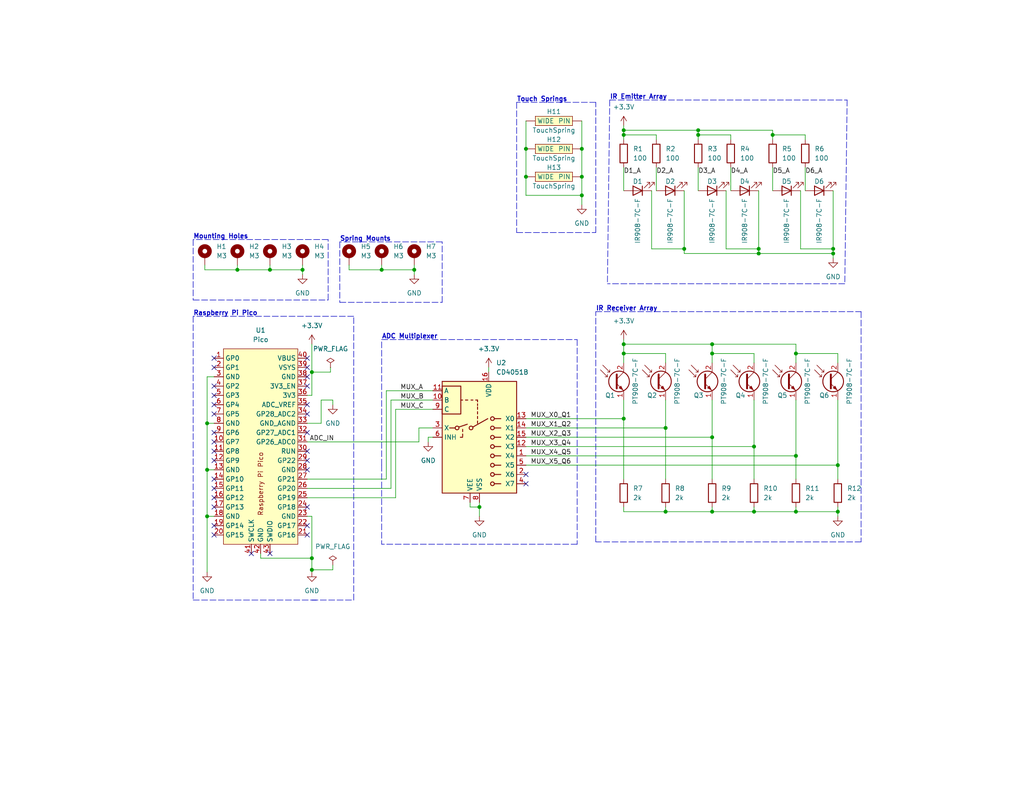
<source format=kicad_sch>
(kicad_sch (version 20211123) (generator eeschema)
  (paper "USLetter")
  (title_block (title "Sixnav Prototype Board") (date "2022-07-13") (rev "${REVISION}") (company "Brian Lu"))
  (lib_symbols
    (symbol "Analog_Switch:CD4051B"
      (property "Reference" "U" (at -10.16 16.51 0))
      (property "Value" "CD4051B" (at 3.81 16.51 0))
      (symbol "CD4051B_0_1"
        (rectangle (start -10.16 6.35) (end -5.08 13.97) (stroke (width 0.254)))
        (rectangle (start -10.16 15.24) (end 10.16 -15.24) (stroke (width 0.254)) (fill (type background)))
        (circle (center -6.096 2.54) (radius 0.508) (stroke (width 0.254)))
        (circle (center -2.286 2.54) (radius 0.508) (stroke (width 0.254)))
        (polyline (pts (xy -8.128 2.54) (xy -6.604 2.54)) (stroke (width 0.254)))
        (polyline (pts (xy -5.588 2.794) (xy -3.302 3.556)) (stroke (width 0.254)))
        (polyline (pts (xy -4.572 0) (xy -5.207 0)) (stroke (width 0.254)))
        (polyline (pts (xy -4.572 0.254) (xy -4.572 0.889)) (stroke (width 0.254)))
        (polyline (pts (xy -4.572 1.524) (xy -4.572 2.159)) (stroke (width 0.254)))
        (polyline (pts (xy -4.572 10.16) (xy -5.08 10.16)) (stroke (width 0.254)))
        (polyline (pts (xy -3.81 10.16) (xy -3.175 10.16)) (stroke (width 0.254)))
        (polyline (pts (xy -1.778 2.794) (xy 2.286 5.08)) (stroke (width 0.254)))
        (polyline (pts (xy -1.778 10.16) (xy -2.286 10.16)) (stroke (width 0.254)))
        (polyline (pts (xy -0.508 3.81) (xy -0.508 4.445)) (stroke (width 0.254)))
        (polyline (pts (xy -0.508 5.08) (xy -0.508 5.715)) (stroke (width 0.254)))
        (polyline (pts (xy -0.508 6.35) (xy -0.508 6.985)) (stroke (width 0.254)))
        (polyline (pts (xy -0.508 7.62) (xy -0.508 8.255)) (stroke (width 0.254)))
        (polyline (pts (xy -0.508 8.636) (xy -0.508 9.144)) (stroke (width 0.254)))
        (polyline (pts (xy -0.508 9.652) (xy -0.508 10.16)) (stroke (width 0.254)))
        (polyline (pts (xy -0.508 10.16) (xy -1.016 10.16)) (stroke (width 0.254)))
        (polyline (pts (xy 4.064 -12.7) (xy 5.842 -12.7)) (stroke (width 0.254)))
        (polyline (pts (xy 4.064 -10.16) (xy 5.842 -10.16)) (stroke (width 0.254)))
        (polyline (pts (xy 4.064 -7.62) (xy 5.842 -7.62)) (stroke (width 0.254)))
        (polyline (pts (xy 4.064 -5.08) (xy 5.842 -5.08)) (stroke (width 0.254)))
        (polyline (pts (xy 4.064 -2.54) (xy 5.842 -2.54)) (stroke (width 0.254)))
        (polyline (pts (xy 4.064 0) (xy 5.842 0)) (stroke (width 0.254)))
        (polyline (pts (xy 4.064 2.54) (xy 5.842 2.54)) (stroke (width 0.254)))
        (polyline (pts (xy 4.064 5.08) (xy 5.842 5.08)) (stroke (width 0.254)))
        (circle (center 3.556 -12.7) (radius 0.508) (stroke (width 0.254)))
        (circle (center 3.556 -10.16) (radius 0.508) (stroke (width 0.254)))
        (circle (center 3.556 -7.62) (radius 0.508) (stroke (width 0.254)))
        (circle (center 3.556 -5.08) (radius 0.508) (stroke (width 0.254)))
        (circle (center 3.556 -2.54) (radius 0.508) (stroke (width 0.254)))
        (circle (center 3.556 0) (radius 0.508) (stroke (width 0.254)))
        (circle (center 3.556 2.54) (radius 0.508) (stroke (width 0.254)))
        (circle (center 3.556 5.08) (radius 0.508) (stroke (width 0.254)))
      )
      (symbol "CD4051B_1_1"
        (pin bidirectional line (at 12.7 -5.08 180) (length 2.54) (name "X4") (number "1"))
        (pin input line (at -12.7 10.16 0) (length 2.54) (name "B") (number "10"))
        (pin input line (at -12.7 12.7 0) (length 2.54) (name "A") (number "11"))
        (pin bidirectional line (at 12.7 -2.54 180) (length 2.54) (name "X3") (number "12"))
        (pin bidirectional line (at 12.7 5.08 180) (length 2.54) (name "X0") (number "13"))
        (pin bidirectional line (at 12.7 2.54 180) (length 2.54) (name "X1") (number "14"))
        (pin bidirectional line (at 12.7 0 180) (length 2.54) (name "X2") (number "15"))
        (pin power_in line (at 2.54 17.78 270) (length 2.54) (name "VDD") (number "16"))
        (pin bidirectional line (at 12.7 -10.16 180) (length 2.54) (name "X6") (number "2"))
        (pin bidirectional line (at -12.7 2.54 0) (length 2.54) (name "X") (number "3"))
        (pin bidirectional line (at 12.7 -12.7 180) (length 2.54) (name "X7") (number "4"))
        (pin bidirectional line (at 12.7 -7.62 180) (length 2.54) (name "X5") (number "5"))
        (pin input line (at -12.7 0 0) (length 2.54) (name "INH") (number "6"))
        (pin power_in line (at -2.54 -17.78 90) (length 2.54) (name "VEE") (number "7"))
        (pin power_in line (at 0 -17.78 90) (length 2.54) (name "VSS") (number "8"))
        (pin input line (at -12.7 7.62 0) (length 2.54) (name "C") (number "9"))
      )
    )
    (symbol "Device:R" (pin_numbers hide) (pin_names (offset 0))
      (property "Reference" "R" (at 2.032 0 90))
      (property "Value" "R" (at 0 0 90))
      (symbol "R_0_1"
        (rectangle (start -1.016 -2.54) (end 1.016 2.54) (stroke (width 0.254)))
      )
      (symbol "R_1_1"
        (pin passive line (at 0 3.81 270) (length 1.27) (name "~") (number "1"))
        (pin passive line (at 0 -3.81 90) (length 1.27) (name "~") (number "2"))
      )
    )
    (symbol "IR908-7C-F_1" (pin_numbers hide) (pin_names hide)
      (property "Reference" "D" (at 0 -2.54 0))
      (property "Value" "IR908-7C-F_1" (at 0 -8.89 0))
      (symbol "IR908-7C-F_1_0_1"
        (polyline (pts (xy -1.27 -6.35) (xy -1.27 -3.81)) (stroke (width 0.254)))
        (polyline (pts (xy -1.27 -5.08) (xy 1.27 -5.08)))
        (polyline (pts (xy 1.27 -6.35) (xy 1.27 -3.81) (xy -1.27 -5.08) (xy 1.27 -6.35)) (stroke (width 0.254)))
        (polyline (pts (xy -3.048 -5.842) (xy -4.572 -7.366) (xy -3.81 -7.366) (xy -4.572 -7.366) (xy -4.572 -6.604)))
        (polyline (pts (xy -1.778 -5.842) (xy -3.302 -7.366) (xy -2.54 -7.366) (xy -3.302 -7.366) (xy -3.302 -6.604)))
      )
      (symbol "IR908-7C-F_1_1_1"
        (pin passive line (at 3.81 -5.08 180) (length 2.54) (name "A") (number "1"))
        (pin passive line (at -3.81 -5.08 0) (length 2.54) (name "K") (number "2"))
      )
    )
    (symbol "IR908-7C-F_2" (pin_numbers hide) (pin_names hide)
      (property "Reference" "D" (at 0 -2.54 0))
      (property "Value" "IR908-7C-F_2" (at 0 -8.89 0))
      (symbol "IR908-7C-F_2_0_1"
        (polyline (pts (xy -1.27 -6.35) (xy -1.27 -3.81)) (stroke (width 0.254)))
        (polyline (pts (xy -1.27 -5.08) (xy 1.27 -5.08)))
        (polyline (pts (xy 1.27 -6.35) (xy 1.27 -3.81) (xy -1.27 -5.08) (xy 1.27 -6.35)) (stroke (width 0.254)))
        (polyline (pts (xy -3.048 -5.842) (xy -4.572 -7.366) (xy -3.81 -7.366) (xy -4.572 -7.366) (xy -4.572 -6.604)))
        (polyline (pts (xy -1.778 -5.842) (xy -3.302 -7.366) (xy -2.54 -7.366) (xy -3.302 -7.366) (xy -3.302 -6.604)))
      )
      (symbol "IR908-7C-F_2_1_1"
        (pin passive line (at 3.81 -5.08 180) (length 2.54) (name "A") (number "1"))
        (pin passive line (at -3.81 -5.08 0) (length 2.54) (name "K") (number "2"))
      )
    )
    (symbol "IR908-7C-F_3" (pin_numbers hide) (pin_names hide)
      (property "Reference" "D" (at 0 -2.54 0))
      (property "Value" "IR908-7C-F_3" (at 0 -8.89 0))
      (symbol "IR908-7C-F_3_0_1"
        (polyline (pts (xy -1.27 -6.35) (xy -1.27 -3.81)) (stroke (width 0.254)))
        (polyline (pts (xy -1.27 -5.08) (xy 1.27 -5.08)))
        (polyline (pts (xy 1.27 -6.35) (xy 1.27 -3.81) (xy -1.27 -5.08) (xy 1.27 -6.35)) (stroke (width 0.254)))
        (polyline (pts (xy -3.048 -5.842) (xy -4.572 -7.366) (xy -3.81 -7.366) (xy -4.572 -7.366) (xy -4.572 -6.604)))
        (polyline (pts (xy -1.778 -5.842) (xy -3.302 -7.366) (xy -2.54 -7.366) (xy -3.302 -7.366) (xy -3.302 -6.604)))
      )
      (symbol "IR908-7C-F_3_1_1"
        (pin passive line (at 3.81 -5.08 180) (length 2.54) (name "A") (number "1"))
        (pin passive line (at -3.81 -5.08 0) (length 2.54) (name "K") (number "2"))
      )
    )
    (symbol "IR908-7C-F_4" (pin_numbers hide) (pin_names hide)
      (property "Reference" "D" (at 0 -2.54 0))
      (property "Value" "IR908-7C-F_4" (at 0 -8.89 0))
      (symbol "IR908-7C-F_4_0_1"
        (polyline (pts (xy -1.27 -6.35) (xy -1.27 -3.81)) (stroke (width 0.254)))
        (polyline (pts (xy -1.27 -5.08) (xy 1.27 -5.08)))
        (polyline (pts (xy 1.27 -6.35) (xy 1.27 -3.81) (xy -1.27 -5.08) (xy 1.27 -6.35)) (stroke (width 0.254)))
        (polyline (pts (xy -3.048 -5.842) (xy -4.572 -7.366) (xy -3.81 -7.366) (xy -4.572 -7.366) (xy -4.572 -6.604)))
        (polyline (pts (xy -1.778 -5.842) (xy -3.302 -7.366) (xy -2.54 -7.366) (xy -3.302 -7.366) (xy -3.302 -6.604)))
      )
      (symbol "IR908-7C-F_4_1_1"
        (pin passive line (at 3.81 -5.08 180) (length 2.54) (name "A") (number "1"))
        (pin passive line (at -3.81 -5.08 0) (length 2.54) (name "K") (number "2"))
      )
    )
    (symbol "IR908-7C-F_5" (pin_numbers hide) (pin_names hide)
      (property "Reference" "D" (at 0 -2.54 0))
      (property "Value" "IR908-7C-F_5" (at 0 -8.89 0))
      (symbol "IR908-7C-F_5_0_1"
        (polyline (pts (xy -1.27 -6.35) (xy -1.27 -3.81)) (stroke (width 0.254)))
        (polyline (pts (xy -1.27 -5.08) (xy 1.27 -5.08)))
        (polyline (pts (xy 1.27 -6.35) (xy 1.27 -3.81) (xy -1.27 -5.08) (xy 1.27 -6.35)) (stroke (width 0.254)))
        (polyline (pts (xy -3.048 -5.842) (xy -4.572 -7.366) (xy -3.81 -7.366) (xy -4.572 -7.366) (xy -4.572 -6.604)))
        (polyline (pts (xy -1.778 -5.842) (xy -3.302 -7.366) (xy -2.54 -7.366) (xy -3.302 -7.366) (xy -3.302 -6.604)))
      )
      (symbol "IR908-7C-F_5_1_1"
        (pin passive line (at 3.81 -5.08 180) (length 2.54) (name "A") (number "1"))
        (pin passive line (at -3.81 -5.08 0) (length 2.54) (name "K") (number "2"))
      )
    )
    (symbol "LibSixnavPrototype:IR908-7C-F" (pin_numbers hide) (pin_names hide)
      (property "Reference" "D" (at 0 -2.54 0))
      (property "Value" "IR908-7C-F" (at 0 -8.89 0))
      (symbol "IR908-7C-F_0_1"
        (polyline (pts (xy -1.27 -6.35) (xy -1.27 -3.81)) (stroke (width 0.254)))
        (polyline (pts (xy -1.27 -5.08) (xy 1.27 -5.08)))
        (polyline (pts (xy 1.27 -6.35) (xy 1.27 -3.81) (xy -1.27 -5.08) (xy 1.27 -6.35)) (stroke (width 0.254)))
        (polyline (pts (xy -3.048 -5.842) (xy -4.572 -7.366) (xy -3.81 -7.366) (xy -4.572 -7.366) (xy -4.572 -6.604)))
        (polyline (pts (xy -1.778 -5.842) (xy -3.302 -7.366) (xy -2.54 -7.366) (xy -3.302 -7.366) (xy -3.302 -6.604)))
      )
      (symbol "IR908-7C-F_1_1"
        (pin passive line (at 3.81 -5.08 180) (length 2.54) (name "A") (number "1"))
        (pin passive line (at -3.81 -5.08 0) (length 2.54) (name "K") (number "2"))
      )
    )
    (symbol "LibSixnavPrototype:PT908-7C-F" (pin_names hide)
      (property "Reference" "Q" (at 4.445 -1.27 0))
      (property "Value" "PT908-7C-F" (at 4.445 1.27 0))
      (symbol "PT908-7C-F_0_1"
        (polyline (pts (xy -1.905 1.27) (xy -2.54 1.27)))
        (polyline (pts (xy -1.27 2.54) (xy -1.905 2.54)))
        (polyline (pts (xy 0.635 0.635) (xy 2.54 2.54)))
        (polyline (pts (xy -3.81 3.175) (xy -1.905 1.27) (xy -1.905 1.905)))
        (polyline (pts (xy -3.175 4.445) (xy -1.27 2.54) (xy -1.27 3.175)))
        (polyline (pts (xy 0.635 -0.635) (xy 2.54 -2.54) (xy 2.54 -2.54)))
        (polyline (pts (xy 0.635 1.905) (xy 0.635 -1.905) (xy 0.635 -1.905)) (stroke (width 0.508)))
        (polyline (pts (xy 1.27 -1.778) (xy 1.778 -1.27) (xy 2.286 -2.286) (xy 1.27 -1.778) (xy 1.27 -1.778)) (fill (type outline)))
        (circle (center 1.27 0) (radius 2.8194) (stroke (width 0.254)))
      )
      (symbol "PT908-7C-F_1_1"
        (pin passive line (at 2.54 -5.08 90) (length 2.54) (name "E") (number "1"))
        (pin passive line (at 2.54 5.08 270) (length 2.54) (name "C") (number "2"))
      )
    )
    (symbol "LibSixnavPrototype:Raspberry_Pi_Pico"
      (property "Reference" "U" (at 0 27.94 0))
      (property "Value" "Raspberry_Pi_Pico" (at 0 30.48 0))
      (symbol "Raspberry_Pi_Pico_0_0"
        (text "Raspberry Pi Pico" (at 0 -10.16 900) (effects (font (size 1.27 1.27))))
      )
      (symbol "Raspberry_Pi_Pico_0_1"
        (rectangle (start -10.16 26.67) (end 10.16 -26.67) (fill (type background)))
      )
      (symbol "Raspberry_Pi_Pico_1_1"
        (pin bidirectional line (at -12.7 24.13 0) (length 2.54) (name "GP0") (number "1"))
        (pin bidirectional line (at -12.7 1.27 0) (length 2.54) (name "GP7") (number "10"))
        (pin bidirectional line (at -12.7 -1.27 0) (length 2.54) (name "GP8") (number "11"))
        (pin bidirectional line (at -12.7 -3.81 0) (length 2.54) (name "GP9") (number "12"))
        (pin power_in line (at -12.7 -6.35 0) (length 2.54) (name "GND") (number "13"))
        (pin bidirectional line (at -12.7 -8.89 0) (length 2.54) (name "GP10") (number "14"))
        (pin bidirectional line (at -12.7 -11.43 0) (length 2.54) (name "GP11") (number "15"))
        (pin bidirectional line (at -12.7 -13.97 0) (length 2.54) (name "GP12") (number "16"))
        (pin bidirectional line (at -12.7 -16.51 0) (length 2.54) (name "GP13") (number "17"))
        (pin power_in line (at -12.7 -19.05 0) (length 2.54) (name "GND") (number "18"))
        (pin bidirectional line (at -12.7 -21.59 0) (length 2.54) (name "GP14") (number "19"))
        (pin bidirectional line (at -12.7 21.59 0) (length 2.54) (name "GP1") (number "2"))
        (pin bidirectional line (at -12.7 -24.13 0) (length 2.54) (name "GP15") (number "20"))
        (pin bidirectional line (at 12.7 -24.13 180) (length 2.54) (name "GP16") (number "21"))
        (pin bidirectional line (at 12.7 -21.59 180) (length 2.54) (name "GP17") (number "22"))
        (pin power_in line (at 12.7 -19.05 180) (length 2.54) (name "GND") (number "23"))
        (pin bidirectional line (at 12.7 -16.51 180) (length 2.54) (name "GP18") (number "24"))
        (pin bidirectional line (at 12.7 -13.97 180) (length 2.54) (name "GP19") (number "25"))
        (pin bidirectional line (at 12.7 -11.43 180) (length 2.54) (name "GP20") (number "26"))
        (pin bidirectional line (at 12.7 -8.89 180) (length 2.54) (name "GP21") (number "27"))
        (pin power_in line (at 12.7 -6.35 180) (length 2.54) (name "GND") (number "28"))
        (pin bidirectional line (at 12.7 -3.81 180) (length 2.54) (name "GP22") (number "29"))
        (pin power_in line (at -12.7 19.05 0) (length 2.54) (name "GND") (number "3"))
        (pin input line (at 12.7 -1.27 180) (length 2.54) (name "RUN") (number "30"))
        (pin bidirectional line (at 12.7 1.27 180) (length 2.54) (name "GP26_ADC0") (number "31"))
        (pin bidirectional line (at 12.7 3.81 180) (length 2.54) (name "GP27_ADC1") (number "32"))
        (pin power_in line (at 12.7 6.35 180) (length 2.54) (name "GND_AGND") (number "33"))
        (pin bidirectional line (at 12.7 8.89 180) (length 2.54) (name "GP28_ADC2") (number "34"))
        (pin input line (at 12.7 11.43 180) (length 2.54) (name "ADC_VREF") (number "35"))
        (pin power_in line (at 12.7 13.97 180) (length 2.54) (name "3V3") (number "36"))
        (pin input line (at 12.7 16.51 180) (length 2.54) (name "3V3_EN") (number "37"))
        (pin power_in line (at 12.7 19.05 180) (length 2.54) (name "GND") (number "38"))
        (pin power_in line (at 12.7 21.59 180) (length 2.54) (name "VSYS") (number "39"))
        (pin bidirectional line (at -12.7 16.51 0) (length 2.54) (name "GP2") (number "4"))
        (pin power_in line (at 12.7 24.13 180) (length 2.54) (name "VBUS") (number "40"))
        (pin bidirectional line (at -2.54 -29.21 90) (length 2.54) (name "SWCLK") (number "41"))
        (pin power_in line (at 0 -29.21 90) (length 2.54) (name "GND") (number "42"))
        (pin bidirectional line (at 2.54 -29.21 90) (length 2.54) (name "SWDIO") (number "43"))
        (pin bidirectional line (at -12.7 13.97 0) (length 2.54) (name "GP3") (number "5"))
        (pin bidirectional line (at -12.7 11.43 0) (length 2.54) (name "GP4") (number "6"))
        (pin bidirectional line (at -12.7 8.89 0) (length 2.54) (name "GP5") (number "7"))
        (pin power_in line (at -12.7 6.35 0) (length 2.54) (name "GND") (number "8"))
        (pin bidirectional line (at -12.7 3.81 0) (length 2.54) (name "GP6") (number "9"))
      )
    )
    (symbol "LibSixnavPrototype:TouchSpring" (pin_numbers hide)
      (property "Reference" "H" (at 0 2.54 0))
      (property "Value" "TouchSpring" (at 0 -2.54 0))
      (symbol "TouchSpring_0_1"
        (rectangle (start -5.08 1.27) (end 5.08 -1.27) (fill (type background)))
      )
      (symbol "TouchSpring_1_1"
        (pin passive line (at -7.62 0 0) (length 2.54) (name "WIDE") (number "1"))
        (pin passive line (at 7.62 0 180) (length 2.54) (name "PIN") (number "2"))
      )
    )
    (symbol "Mechanical:MountingHole_Pad" (pin_numbers hide) (pin_names (offset 1.016) hide)
      (property "Reference" "H" (at 0 6.35 0))
      (property "Value" "MountingHole_Pad" (at 0 4.445 0))
      (symbol "MountingHole_Pad_0_1"
        (circle (center 0 1.27) (radius 1.27) (stroke (width 1.27)))
      )
      (symbol "MountingHole_Pad_1_1"
        (pin input line (at 0 -2.54 90) (length 2.54) (name "1") (number "1"))
      )
    )
    (symbol "power:+3.3V" (power) (pin_names (offset 0))
      (property "Value" "+3.3V" (at 0 3.556 0))
      (symbol "+3.3V_0_1"
        (polyline (pts (xy -0.762 1.27) (xy 0 2.54)))
        (polyline (pts (xy 0 0) (xy 0 2.54)))
        (polyline (pts (xy 0 2.54) (xy 0.762 1.27)))
      )
      (symbol "+3.3V_1_1"
        (pin power_in line (at 0 0 90) (length 0) hide (name "+3.3V") (number "1"))
      )
    )
    (symbol "power:GND" (power) (pin_names (offset 0))
      (property "Value" "GND" (at 0 -3.81 0))
      (symbol "GND_0_1"
        (polyline (pts (xy 0 0) (xy 0 -1.27) (xy 1.27 -1.27) (xy 0 -2.54) (xy -1.27 -1.27) (xy 0 -1.27)))
      )
      (symbol "GND_1_1"
        (pin power_in line (at 0 0 270) (length 0) hide (name "GND") (number "1"))
      )
    )
    (symbol "power:PWR_FLAG" (power) (pin_numbers hide) (pin_names (offset 0) hide)
      (property "Value" "PWR_FLAG" (at 0 3.81 0))
      (symbol "PWR_FLAG_0_0"
        (pin power_out line (at 0 0 90) (length 0) (name "pwr") (number "1"))
      )
      (symbol "PWR_FLAG_0_1"
        (polyline (pts (xy 0 0) (xy 0 1.27) (xy -1.016 1.905) (xy 0 2.54) (xy 1.016 1.905) (xy 0 1.27)))
      )
    )
  )
  (junction (at 227.33 67.945))
  (junction (at 207.01 69.215))
  (junction (at 194.31 139.7))
  (junction (at 186.69 67.945))
  (junction (at 130.81 138.43))
  (junction (at 170.18 36.83))
  (junction (at 113.03 73.66))
  (junction (at 73.66 73.66))
  (junction (at 64.77 73.66))
  (junction (at 194.31 119.38))
  (junction (at 181.61 116.84))
  (junction (at 194.31 96.52))
  (junction (at 170.18 96.52))
  (junction (at 85.09 155.575))
  (junction (at 170.18 35.56))
  (junction (at 190.5 35.56))
  (junction (at 205.74 121.92))
  (junction (at 210.82 36.83))
  (junction (at 217.17 139.7))
  (junction (at 56.515 115.57))
  (junction (at 56.515 140.97))
  (junction (at 181.61 139.7))
  (junction (at 85.09 152.4))
  (junction (at 56.515 128.27))
  (junction (at 205.74 139.7))
  (junction (at 158.75 48.26))
  (junction (at 228.6 127))
  (junction (at 217.17 124.46))
  (junction (at 85.09 101.6))
  (junction (at 170.18 93.98))
  (junction (at 194.31 93.98))
  (junction (at 143.51 48.26))
  (junction (at 207.01 67.945))
  (junction (at 158.75 53.34))
  (junction (at 158.75 40.64))
  (junction (at 170.18 114.3))
  (junction (at 143.51 40.64))
  (junction (at 227.33 69.215))
  (junction (at 190.5 36.83))
  (junction (at 82.55 73.66))
  (junction (at 104.14 73.66))
  (junction (at 228.6 139.7))
  (junction (at 217.17 96.52))
  (no_connect (at 83.82 100.33))
  (no_connect (at 58.42 97.79))
  (no_connect (at 83.82 128.27))
  (no_connect (at 58.42 105.41))
  (no_connect (at 83.82 146.05))
  (no_connect (at 83.82 123.19))
  (no_connect (at 83.82 143.51))
  (no_connect (at 58.42 138.43))
  (no_connect (at 83.82 97.79))
  (no_connect (at 73.66 151.13))
  (no_connect (at 83.82 138.43))
  (no_connect (at 58.42 143.51))
  (no_connect (at 83.82 105.41))
  (no_connect (at 58.42 130.81))
  (no_connect (at 58.42 133.35))
  (no_connect (at 143.51 129.54))
  (no_connect (at 83.82 102.87))
  (no_connect (at 58.42 110.49))
  (no_connect (at 68.58 151.13))
  (no_connect (at 58.42 123.19))
  (no_connect (at 58.42 118.11))
  (no_connect (at 143.51 132.08))
  (no_connect (at 83.82 113.03))
  (no_connect (at 58.42 135.89))
  (no_connect (at 83.82 125.73))
  (no_connect (at 58.42 113.03))
  (no_connect (at 58.42 146.05))
  (no_connect (at 58.42 120.65))
  (no_connect (at 58.42 100.33))
  (no_connect (at 83.82 118.11))
  (no_connect (at 58.42 107.95))
  (no_connect (at 58.42 125.73))
  (no_connect (at 83.82 110.49))
  (wire (pts (xy 170.18 36.83) (xy 170.18 38.1)))
  (wire (pts (xy 85.09 155.575) (xy 85.09 156.21)))
  (wire (pts (xy 85.09 152.4) (xy 85.09 155.575)))
  (wire (pts (xy 90.805 109.22) (xy 90.805 110.49)))
  (wire (pts (xy 114.3 120.65) (xy 83.82 120.65)))
  (wire (pts (xy 130.81 138.43) (xy 130.81 140.97)))
  (wire (pts (xy 90.17 100.33) (xy 90.17 101.6)))
  (polyline (pts (xy 52.705 81.915) (xy 89.535 81.915)))
  (wire (pts (xy 228.6 96.52) (xy 228.6 99.06)))
  (wire (pts (xy 199.39 36.83) (xy 199.39 38.1)))
  (wire (pts (xy 130.81 137.16) (xy 130.81 138.43)))
  (wire (pts (xy 210.82 36.83) (xy 219.71 36.83)))
  (wire (pts (xy 219.71 36.83) (xy 219.71 38.1)))
  (wire (pts (xy 227.33 52.07) (xy 227.33 67.945)))
  (wire (pts (xy 205.74 109.22) (xy 205.74 121.92)))
  (polyline (pts (xy 231.14 27.305) (xy 230.505 77.47)))
  (wire (pts (xy 198.12 52.07) (xy 198.12 67.945)))
  (wire (pts (xy 210.82 35.56) (xy 210.82 36.83)))
  (wire (pts (xy 217.17 96.52) (xy 217.17 93.98)))
  (wire (pts (xy 143.51 53.34) (xy 158.75 53.34)))
  (wire (pts (xy 107.95 135.89) (xy 107.95 111.76)))
  (wire (pts (xy 207.01 69.215) (xy 227.33 69.215)))
  (wire (pts (xy 217.17 109.22) (xy 217.17 124.46)))
  (wire (pts (xy 179.07 36.83) (xy 179.07 38.1)))
  (wire (pts (xy 158.75 33.02) (xy 158.75 40.64)))
  (wire (pts (xy 186.69 52.07) (xy 186.69 67.945)))
  (wire (pts (xy 90.17 101.6) (xy 85.09 101.6)))
  (wire (pts (xy 95.25 72.39) (xy 95.25 73.66)))
  (wire (pts (xy 56.515 115.57) (xy 56.515 128.27)))
  (polyline (pts (xy 234.95 85.09) (xy 234.95 147.955)))
  (wire (pts (xy 205.74 121.92) (xy 205.74 130.81)))
  (wire (pts (xy 170.18 96.52) (xy 170.18 99.06)))
  (wire (pts (xy 217.17 138.43) (xy 217.17 139.7)))
  (wire (pts (xy 106.68 109.22) (xy 118.11 109.22)))
  (wire (pts (xy 186.69 69.215) (xy 207.01 69.215)))
  (wire (pts (xy 205.74 96.52) (xy 205.74 99.06)))
  (wire (pts (xy 217.17 139.7) (xy 228.6 139.7)))
  (wire (pts (xy 194.31 96.52) (xy 194.31 99.06)))
  (wire (pts (xy 158.75 48.26) (xy 158.75 53.34)))
  (polyline (pts (xy 52.705 65.405) (xy 52.705 81.915)))
  (wire (pts (xy 227.33 69.215) (xy 227.33 70.485)))
  (wire (pts (xy 199.39 45.72) (xy 199.39 52.07)))
  (wire (pts (xy 82.55 73.66) (xy 82.55 74.93)))
  (wire (pts (xy 194.31 93.98) (xy 170.18 93.98)))
  (wire (pts (xy 128.27 137.16) (xy 128.27 138.43)))
  (wire (pts (xy 85.09 93.98) (xy 85.09 101.6)))
  (wire (pts (xy 181.61 109.22) (xy 181.61 116.84)))
  (wire (pts (xy 143.51 127) (xy 228.6 127)))
  (polyline (pts (xy 96.52 86.36) (xy 52.705 86.36)))
  (wire (pts (xy 143.51 121.92) (xy 205.74 121.92)))
  (wire (pts (xy 207.01 52.07) (xy 207.01 67.945)))
  (wire (pts (xy 181.61 139.7) (xy 194.31 139.7)))
  (wire (pts (xy 143.51 116.84) (xy 181.61 116.84)))
  (wire (pts (xy 143.51 114.3) (xy 170.18 114.3)))
  (wire (pts (xy 217.17 93.98) (xy 194.31 93.98)))
  (wire (pts (xy 170.18 35.56) (xy 170.18 36.83)))
  (wire (pts (xy 118.11 116.84) (xy 114.3 116.84)))
  (wire (pts (xy 83.82 133.35) (xy 106.68 133.35)))
  (wire (pts (xy 181.61 96.52) (xy 181.61 99.06)))
  (wire (pts (xy 170.18 36.83) (xy 179.07 36.83)))
  (wire (pts (xy 186.69 67.945) (xy 186.69 69.215)))
  (wire (pts (xy 143.51 119.38) (xy 194.31 119.38)))
  (wire (pts (xy 181.61 116.84) (xy 181.61 130.81)))
  (polyline (pts (xy 89.535 65.405) (xy 52.705 65.405)))
  (wire (pts (xy 83.82 130.81) (xy 105.41 130.81)))
  (polyline (pts (xy 104.14 127) (xy 104.14 92.71)))
  (wire (pts (xy 143.51 33.02) (xy 143.51 40.64)))
  (wire (pts (xy 114.3 116.84) (xy 114.3 120.65)))
  (wire (pts (xy 73.66 73.66) (xy 82.55 73.66)))
  (wire (pts (xy 158.75 40.64) (xy 158.75 48.26)))
  (wire (pts (xy 194.31 138.43) (xy 194.31 139.7)))
  (polyline (pts (xy 166.37 27.305) (xy 165.735 77.47)))
  (polyline (pts (xy 140.97 63.5) (xy 162.56 63.5)))
  (polyline (pts (xy 92.71 82.55) (xy 120.65 82.55)))
  (wire (pts (xy 194.31 93.98) (xy 194.31 96.52)))
  (wire (pts (xy 194.31 119.38) (xy 194.31 130.81)))
  (wire (pts (xy 82.55 72.39) (xy 82.55 73.66)))
  (wire (pts (xy 228.6 139.7) (xy 228.6 140.97)))
  (wire (pts (xy 113.03 72.39) (xy 113.03 73.66)))
  (wire (pts (xy 55.88 73.66) (xy 64.77 73.66)))
  (wire (pts (xy 181.61 138.43) (xy 181.61 139.7)))
  (wire (pts (xy 143.51 124.46) (xy 217.17 124.46)))
  (wire (pts (xy 170.18 34.29) (xy 170.18 35.56)))
  (wire (pts (xy 190.5 35.56) (xy 210.82 35.56)))
  (wire (pts (xy 190.5 36.83) (xy 190.5 38.1)))
  (polyline (pts (xy 230.505 77.47) (xy 165.735 77.47)))
  (wire (pts (xy 228.6 109.22) (xy 228.6 127)))
  (wire (pts (xy 87.63 109.22) (xy 90.805 109.22)))
  (wire (pts (xy 73.66 72.39) (xy 73.66 73.66)))
  (wire (pts (xy 170.18 93.98) (xy 170.18 96.52)))
  (wire (pts (xy 56.515 140.97) (xy 58.42 140.97)))
  (wire (pts (xy 170.18 35.56) (xy 190.5 35.56)))
  (wire (pts (xy 55.88 72.39) (xy 55.88 73.66)))
  (polyline (pts (xy 162.56 63.5) (xy 162.56 27.94)))
  (polyline (pts (xy 234.95 147.955) (xy 162.56 147.955)))
  (polyline (pts (xy 162.56 147.955) (xy 162.56 85.09)))
  (wire (pts (xy 218.44 52.07) (xy 218.44 67.945)))
  (wire (pts (xy 217.17 99.06) (xy 217.17 96.52)))
  (wire (pts (xy 143.51 48.26) (xy 143.51 53.34)))
  (wire (pts (xy 219.71 45.72) (xy 219.71 52.07)))
  (polyline (pts (xy 120.65 82.55) (xy 120.65 66.04)))
  (wire (pts (xy 83.82 140.97) (xy 85.09 140.97)))
  (wire (pts (xy 90.805 154.305) (xy 90.805 155.575)))
  (polyline (pts (xy 96.52 163.83) (xy 96.52 86.36)))
  (polyline (pts (xy 85.09 163.83) (xy 96.52 163.83)))
  (wire (pts (xy 190.5 45.72) (xy 190.5 52.07)))
  (wire (pts (xy 143.51 40.64) (xy 143.51 48.26)))
  (wire (pts (xy 104.14 72.39) (xy 104.14 73.66)))
  (wire (pts (xy 170.18 45.72) (xy 170.18 52.07)))
  (wire (pts (xy 170.18 114.3) (xy 170.18 130.81)))
  (polyline (pts (xy 157.48 148.59) (xy 104.14 148.59)))
  (wire (pts (xy 227.33 67.945) (xy 227.33 69.215)))
  (polyline (pts (xy 162.56 85.09) (xy 234.95 85.09)))
  (wire (pts (xy 105.41 130.81) (xy 105.41 106.68)))
  (wire (pts (xy 71.12 152.4) (xy 85.09 152.4)))
  (wire (pts (xy 105.41 106.68) (xy 118.11 106.68)))
  (wire (pts (xy 158.75 53.34) (xy 158.75 55.88)))
  (wire (pts (xy 107.95 111.76) (xy 118.11 111.76)))
  (wire (pts (xy 56.515 140.97) (xy 56.515 156.21)))
  (wire (pts (xy 170.18 138.43) (xy 170.18 139.7)))
  (wire (pts (xy 133.35 100.33) (xy 133.35 101.6)))
  (polyline (pts (xy 157.48 92.71) (xy 157.48 148.59)))
  (wire (pts (xy 207.01 67.945) (xy 207.01 69.215)))
  (wire (pts (xy 177.8 67.945) (xy 186.69 67.945)))
  (wire (pts (xy 228.6 127) (xy 228.6 130.81)))
  (wire (pts (xy 210.82 36.83) (xy 210.82 38.1)))
  (wire (pts (xy 205.74 138.43) (xy 205.74 139.7)))
  (wire (pts (xy 128.27 138.43) (xy 130.81 138.43)))
  (wire (pts (xy 177.8 52.07) (xy 177.8 67.945)))
  (wire (pts (xy 83.82 115.57) (xy 87.63 115.57)))
  (wire (pts (xy 58.42 115.57) (xy 56.515 115.57)))
  (wire (pts (xy 170.18 109.22) (xy 170.18 114.3)))
  (polyline (pts (xy 104.14 127) (xy 104.14 148.59)))
  (wire (pts (xy 198.12 67.945) (xy 207.01 67.945)))
  (wire (pts (xy 64.77 72.39) (xy 64.77 73.66)))
  (wire (pts (xy 170.18 139.7) (xy 181.61 139.7)))
  (wire (pts (xy 83.82 135.89) (xy 107.95 135.89)))
  (wire (pts (xy 194.31 139.7) (xy 205.74 139.7)))
  (wire (pts (xy 190.5 36.83) (xy 199.39 36.83)))
  (wire (pts (xy 190.5 35.56) (xy 190.5 36.83)))
  (wire (pts (xy 64.77 73.66) (xy 73.66 73.66)))
  (wire (pts (xy 104.14 73.66) (xy 113.03 73.66)))
  (wire (pts (xy 71.12 151.13) (xy 71.12 152.4)))
  (polyline (pts (xy 52.705 163.83) (xy 86.36 163.83)))
  (wire (pts (xy 170.18 93.98) (xy 170.18 92.71)))
  (wire (pts (xy 217.17 124.46) (xy 217.17 130.81)))
  (wire (pts (xy 106.68 133.35) (xy 106.68 109.22)))
  (wire (pts (xy 87.63 115.57) (xy 87.63 109.22)))
  (polyline (pts (xy 52.705 86.36) (xy 52.705 163.83)))
  (polyline (pts (xy 140.97 27.94) (xy 140.97 63.5)))
  (wire (pts (xy 218.44 67.945) (xy 227.33 67.945)))
  (polyline (pts (xy 104.14 92.71) (xy 157.48 92.71)))
  (polyline (pts (xy 120.65 66.04) (xy 92.71 66.04)))
  (wire (pts (xy 217.17 96.52) (xy 228.6 96.52)))
  (wire (pts (xy 228.6 138.43) (xy 228.6 139.7)))
  (wire (pts (xy 85.09 140.97) (xy 85.09 152.4)))
  (wire (pts (xy 210.82 45.72) (xy 210.82 52.07)))
  (wire (pts (xy 56.515 128.27) (xy 56.515 140.97)))
  (wire (pts (xy 179.07 45.72) (xy 179.07 52.07)))
  (wire (pts (xy 194.31 96.52) (xy 205.74 96.52)))
  (polyline (pts (xy 92.71 66.04) (xy 92.71 82.55)))
  (wire (pts (xy 118.11 119.38) (xy 116.84 119.38)))
  (wire (pts (xy 194.31 109.22) (xy 194.31 119.38)))
  (wire (pts (xy 95.25 73.66) (xy 104.14 73.66)))
  (wire (pts (xy 116.84 119.38) (xy 116.84 120.65)))
  (wire (pts (xy 56.515 102.87) (xy 56.515 115.57)))
  (polyline (pts (xy 89.535 81.915) (xy 89.535 65.405)))
  (polyline (pts (xy 166.37 27.305) (xy 231.14 27.305)))
  (wire (pts (xy 56.515 128.27) (xy 58.42 128.27)))
  (wire (pts (xy 113.03 73.66) (xy 113.03 74.93)))
  (wire (pts (xy 170.18 96.52) (xy 181.61 96.52)))
  (wire (pts (xy 58.42 102.87) (xy 56.515 102.87)))
  (wire (pts (xy 90.805 155.575) (xy 85.09 155.575)))
  (wire (pts (xy 83.82 107.95) (xy 85.09 107.95)))
  (polyline (pts (xy 162.56 27.94) (xy 140.97 27.94)))
  (wire (pts (xy 85.09 101.6) (xy 85.09 107.95)))
  (wire (pts (xy 205.74 139.7) (xy 217.17 139.7)))
  (text "Mounting Holes" (at 52.705 65.405 0) (effects (font (size 1.27 1.27) (thickness 0.254) bold) (justify left bottom)))
  (text "ADC Multiplexer" (at 104.14 92.71 0) (effects (font (size 1.27 1.27) (thickness 0.254) bold) (justify left bottom)))
  (text "IR Emitter Array" (at 166.37 27.305 0) (effects (font (size 1.27 1.27) (thickness 0.254) bold) (justify left bottom)))
  (text "Touch Springs" (at 140.97 27.94 0) (effects (font (size 1.27 1.27) (thickness 0.254) bold) (justify left bottom)))
  (text "Raspberry Pi Pico" (at 52.705 86.36 0) (effects (font (size 1.27 1.27) (thickness 0.254) bold) (justify left bottom)))
  (text "Spring Mounts" (at 92.71 66.04 0) (effects (font (size 1.27 1.27) (thickness 0.254) bold) (justify left bottom)))
  (text "IR Receiver Array" (at 162.56 85.09 0) (effects (font (size 1.27 1.27) (thickness 0.254) bold) (justify left bottom)))
  (label "D3_A" (at 190.5 47.625 0))
  (label "MUX_A" (at 109.22 106.68 0))
  (label "D2_A" (at 179.07 47.625 0))
  (label "D5_A" (at 210.82 47.625 0))
  (label "ADC_IN" (at 84.455 120.65 0))
  (label "MUX_X3_Q4" (at 144.78 121.92 0))
  (label "MUX_X0_Q1" (at 144.78 114.3 0))
  (label "MUX_X1_Q2" (at 144.78 116.84 0))
  (label "MUX_X2_Q3" (at 144.78 119.38 0))
  (label "MUX_X4_Q5" (at 144.78 124.46 0))
  (label "MUX_B" (at 109.22 109.22 0))
  (label "D6_A" (at 219.71 47.625 0))
  (label "MUX_C" (at 109.22 111.76 0))
  (label "D4_A" (at 199.39 47.625 0))
  (label "D1_A" (at 170.18 47.625 0))
  (label "MUX_X5_Q6" (at 144.78 127 0))
  (symbol (lib_id "power:GND") (at 130.81 140.97 0) (unit 1)
    (property "Reference" "#PWR04" (effects hide))
    (property "Value" "GND" (at 130.81 146.05 0))
  )
  (symbol (lib_id "LibSixnavPrototype:PT908-7C-F") (at 203.2 104.14 0) (unit 1)
    (property "Reference" "Q4" (at 200.66 107.95 0) (effects (justify left)))
    (property "Value" "PT908-7C-F" (at 208.915 110.49 90) (effects (justify left)))
    (property "Footprint" "LibSixnavPrototype:PT908-7C-F" (effects hide))
  )
  (symbol (lib_name "IR908-7C-F_5") (lib_id "LibSixnavPrototype:IR908-7C-F") (at 173.99 57.15 180) (unit 1)
    (property "Reference" "D1" (at 173.99 49.53 0))
    (property "Value" "IR908-7C-F" (at 173.99 60.325 90))
    (property "Footprint" "LibSixnavPrototype:IR908-7C-F" (effects hide))
  )
  (symbol (lib_id "Device:R") (at 179.07 41.91 0) (unit 1)
    (property "Reference" "R2" (at 181.61 40.6399 0) (effects (justify left)))
    (property "Value" "100" (at 181.61 43.1799 0) (effects (justify left)))
    (property "Footprint" "Resistor_THT:R_Axial_DIN0204_L3.6mm_D1.6mm_P5.08mm_Horizontal" (effects hide))
  )
  (symbol (lib_name "IR908-7C-F_2") (lib_id "LibSixnavPrototype:IR908-7C-F") (at 223.52 57.15 180) (unit 1)
    (property "Reference" "D6" (at 223.52 49.53 0))
    (property "Value" "IR908-7C-F" (at 223.52 60.325 90))
    (property "Footprint" "LibSixnavPrototype:IR908-7C-F" (effects hide))
  )
  (symbol (lib_id "Device:R") (at 190.5 41.91 0) (unit 1)
    (property "Reference" "R3" (at 193.04 40.6399 0) (effects (justify left)))
    (property "Value" "100" (at 193.04 43.1799 0) (effects (justify left)))
    (property "Footprint" "Resistor_THT:R_Axial_DIN0204_L3.6mm_D1.6mm_P5.08mm_Horizontal" (effects hide))
  )
  (symbol (lib_id "Mechanical:MountingHole_Pad") (at 104.14 69.85 0) (unit 1)
    (property "Reference" "H6" (at 107.315 67.3099 0) (effects (justify left)))
    (property "Value" "M3" (at 107.315 69.85 0) (effects (justify left)))
    (property "Footprint" "MountingHole:MountingHole_3.2mm_M3_DIN965_Pad" (effects hide))
  )
  (symbol (lib_id "power:PWR_FLAG") (at 90.805 154.305 0) (unit 1)
    (property "Reference" "#FLG0101" (effects hide))
    (property "Value" "PWR_FLAG" (at 90.805 149.225 0))
  )
  (symbol (lib_name "IR908-7C-F_3") (lib_id "LibSixnavPrototype:IR908-7C-F") (at 194.31 57.15 180) (unit 1)
    (property "Reference" "D3" (at 194.31 49.53 0))
    (property "Value" "IR908-7C-F" (at 194.31 60.325 90))
    (property "Footprint" "LibSixnavPrototype:IR908-7C-F" (effects hide))
  )
  (symbol (lib_id "LibSixnavPrototype:PT908-7C-F") (at 226.06 104.14 0) (unit 1)
    (property "Reference" "Q6" (at 223.52 107.95 0) (effects (justify left)))
    (property "Value" "PT908-7C-F" (at 231.775 110.49 90) (effects (justify left)))
    (property "Footprint" "LibSixnavPrototype:PT908-7C-F" (effects hide))
  )
  (symbol (lib_id "Device:R") (at 199.39 41.91 0) (unit 1)
    (property "Reference" "R4" (at 201.93 40.6399 0) (effects (justify left)))
    (property "Value" "100" (at 201.93 43.1799 0) (effects (justify left)))
    (property "Footprint" "Resistor_THT:R_Axial_DIN0204_L3.6mm_D1.6mm_P5.08mm_Horizontal" (effects hide))
  )
  (symbol (lib_id "Mechanical:MountingHole_Pad") (at 55.88 69.85 0) (unit 1)
    (property "Reference" "H1" (at 59.055 67.3099 0) (effects (justify left)))
    (property "Value" "M3" (at 59.055 69.85 0) (effects (justify left)))
    (property "Footprint" "MountingHole:MountingHole_3.2mm_M3_DIN965_Pad" (effects hide))
  )
  (symbol (lib_id "power:GND") (at 56.515 156.21 0) (unit 1)
    (property "Reference" "#PWR0103" (effects hide))
    (property "Value" "GND" (at 56.515 161.29 0))
  )
  (symbol (lib_id "Analog_Switch:CD4051B") (at 130.81 119.38 0) (unit 1)
    (property "Reference" "U2" (at 135.3694 99.06 0) (effects (justify left)))
    (property "Value" "CD4051B" (at 135.3694 101.6 0) (effects (justify left)))
    (property "Footprint" "Package_DIP:DIP-16_W7.62mm" (effects hide))
    (property "Datasheet" "http://www.ti.com/lit/ds/symlink/cd4052b.pdf" (effects hide))
  )
  (symbol (lib_id "power:GND") (at 85.09 156.21 0) (unit 1)
    (property "Reference" "#PWR02" (effects hide))
    (property "Value" "GND" (at 85.09 161.29 0))
  )
  (symbol (lib_id "Mechanical:MountingHole_Pad") (at 73.66 69.85 0) (unit 1)
    (property "Reference" "H3" (at 76.835 67.3099 0) (effects (justify left)))
    (property "Value" "M3" (at 76.835 69.85 0) (effects (justify left)))
    (property "Footprint" "MountingHole:MountingHole_3.2mm_M3_DIN965_Pad" (effects hide))
  )
  (symbol (lib_id "power:GND") (at 90.805 110.49 0) (unit 1)
    (property "Reference" "#PWR0104" (effects hide))
    (property "Value" "GND" (at 90.805 115.57 0))
  )
  (symbol (lib_id "power:+3.3V") (at 170.18 92.71 0) (unit 1)
    (property "Reference" "#PWR07" (effects hide))
    (property "Value" "+3.3V" (at 170.18 87.63 0))
  )
  (symbol (lib_id "Device:R") (at 181.61 134.62 0) (unit 1)
    (property "Reference" "R8" (at 184.15 133.3499 0) (effects (justify left)))
    (property "Value" "2k" (at 184.15 135.8899 0) (effects (justify left)))
    (property "Footprint" "Resistor_THT:R_Axial_DIN0204_L3.6mm_D1.6mm_P5.08mm_Horizontal" (effects hide))
  )
  (symbol (lib_id "power:GND") (at 113.03 74.93 0) (unit 1)
    (property "Reference" "#PWR0102" (effects hide))
    (property "Value" "GND" (at 113.03 80.01 0))
  )
  (symbol (lib_id "Mechanical:MountingHole_Pad") (at 95.25 69.85 0) (unit 1)
    (property "Reference" "H5" (at 98.425 67.3099 0) (effects (justify left)))
    (property "Value" "M3" (at 98.425 69.85 0) (effects (justify left)))
    (property "Footprint" "MountingHole:MountingHole_3.2mm_M3_DIN965_Pad" (effects hide))
  )
  (symbol (lib_id "LibSixnavPrototype:TouchSpring") (at 151.13 48.26 0) (unit 1)
    (property "Reference" "H13" (at 151.13 45.72 0))
    (property "Value" "TouchSpring" (at 151.13 50.8 0))
    (property "Footprint" "LibSixnavPrototype:TouchSpring10mm" (effects hide))
  )
  (symbol (lib_id "Device:R") (at 228.6 134.62 0) (unit 1)
    (property "Reference" "R12" (at 231.14 133.3499 0) (effects (justify left)))
    (property "Value" "2k" (at 231.14 135.8899 0) (effects (justify left)))
    (property "Footprint" "Resistor_THT:R_Axial_DIN0204_L3.6mm_D1.6mm_P5.08mm_Horizontal" (effects hide))
  )
  (symbol (lib_id "Mechanical:MountingHole_Pad") (at 82.55 69.85 0) (unit 1)
    (property "Reference" "H4" (at 85.725 67.3099 0) (effects (justify left)))
    (property "Value" "M3" (at 85.725 69.85 0) (effects (justify left)))
    (property "Footprint" "MountingHole:MountingHole_3.2mm_M3_DIN965_Pad" (effects hide))
  )
  (symbol (lib_id "Device:R") (at 170.18 134.62 0) (unit 1)
    (property "Reference" "R7" (at 172.72 133.3499 0) (effects (justify left)))
    (property "Value" "2k" (at 172.72 135.8899 0) (effects (justify left)))
    (property "Footprint" "Resistor_THT:R_Axial_DIN0204_L3.6mm_D1.6mm_P5.08mm_Horizontal" (effects hide))
  )
  (symbol (lib_id "LibSixnavPrototype:Raspberry_Pi_Pico") (at 71.12 121.92 0) (unit 1)
    (property "Reference" "U1" (at 71.12 90.17 0))
    (property "Value" "Pico" (at 71.12 92.71 0))
    (property "Footprint" "LibSixnavPrototype:Raspberry Pi Pico" (effects hide))
  )
  (symbol (lib_id "LibSixnavPrototype:PT908-7C-F") (at 214.63 104.14 0) (unit 1)
    (property "Reference" "Q5" (at 212.09 107.95 0) (effects (justify left)))
    (property "Value" "PT908-7C-F" (at 220.345 110.49 90) (effects (justify left)))
    (property "Footprint" "LibSixnavPrototype:PT908-7C-F" (effects hide))
  )
  (symbol (lib_id "Device:R") (at 219.71 41.91 0) (unit 1)
    (property "Reference" "R6" (at 222.25 40.6399 0) (effects (justify left)))
    (property "Value" "100" (at 222.25 43.1799 0) (effects (justify left)))
    (property "Footprint" "Resistor_THT:R_Axial_DIN0204_L3.6mm_D1.6mm_P5.08mm_Horizontal" (effects hide))
  )
  (symbol (lib_id "power:GND") (at 158.75 55.88 0) (unit 1)
    (property "Reference" "#PWR010" (effects hide))
    (property "Value" "GND" (at 158.75 60.96 0))
  )
  (symbol (lib_id "power:+3.3V") (at 133.35 100.33 0) (unit 1)
    (property "Reference" "#PWR05" (effects hide))
    (property "Value" "+3.3V" (at 133.35 95.25 0))
  )
  (symbol (lib_id "Device:R") (at 170.18 41.91 0) (unit 1)
    (property "Reference" "R1" (at 172.72 40.6399 0) (effects (justify left)))
    (property "Value" "100" (at 172.72 43.1799 0) (effects (justify left)))
    (property "Footprint" "Resistor_THT:R_Axial_DIN0204_L3.6mm_D1.6mm_P5.08mm_Horizontal" (effects hide))
  )
  (symbol (lib_id "Device:R") (at 217.17 134.62 0) (unit 1)
    (property "Reference" "R11" (at 219.71 133.3499 0) (effects (justify left)))
    (property "Value" "2k" (at 219.71 135.8899 0) (effects (justify left)))
    (property "Footprint" "Resistor_THT:R_Axial_DIN0204_L3.6mm_D1.6mm_P5.08mm_Horizontal" (effects hide))
  )
  (symbol (lib_id "Device:R") (at 194.31 134.62 0) (unit 1)
    (property "Reference" "R9" (at 196.85 133.3499 0) (effects (justify left)))
    (property "Value" "2k" (at 196.85 135.8899 0) (effects (justify left)))
    (property "Footprint" "Resistor_THT:R_Axial_DIN0204_L3.6mm_D1.6mm_P5.08mm_Horizontal" (effects hide))
  )
  (symbol (lib_id "LibSixnavPrototype:IR908-7C-F") (at 182.88 57.15 180) (unit 1)
    (property "Reference" "D2" (at 182.88 49.53 0))
    (property "Value" "IR908-7C-F" (at 182.88 60.325 90))
    (property "Footprint" "LibSixnavPrototype:IR908-7C-F" (effects hide))
  )
  (symbol (lib_id "Mechanical:MountingHole_Pad") (at 64.77 69.85 0) (unit 1)
    (property "Reference" "H2" (at 67.945 67.3099 0) (effects (justify left)))
    (property "Value" "M3" (at 67.945 69.85 0) (effects (justify left)))
    (property "Footprint" "MountingHole:MountingHole_3.2mm_M3_DIN965_Pad" (effects hide))
  )
  (symbol (lib_id "power:+3.3V") (at 85.09 93.98 0) (unit 1)
    (property "Reference" "#PWR01" (effects hide))
    (property "Value" "+3.3V" (at 85.09 88.9 0))
  )
  (symbol (lib_id "LibSixnavPrototype:PT908-7C-F") (at 179.07 104.14 0) (unit 1)
    (property "Reference" "Q2" (at 176.53 107.95 0) (effects (justify left)))
    (property "Value" "PT908-7C-F" (at 184.785 110.49 90) (effects (justify left)))
    (property "Footprint" "LibSixnavPrototype:PT908-7C-F" (effects hide))
  )
  (symbol (lib_name "IR908-7C-F_1") (lib_id "LibSixnavPrototype:IR908-7C-F") (at 214.63 57.15 180) (unit 1)
    (property "Reference" "D5" (at 214.63 49.53 0))
    (property "Value" "IR908-7C-F" (at 214.63 60.325 90))
    (property "Footprint" "LibSixnavPrototype:IR908-7C-F" (effects hide))
  )
  (symbol (lib_id "power:+3.3V") (at 170.18 34.29 0) (unit 1)
    (property "Reference" "#PWR06" (effects hide))
    (property "Value" "+3.3V" (at 170.18 29.21 0))
  )
  (symbol (lib_id "power:GND") (at 116.84 120.65 0) (unit 1)
    (property "Reference" "#PWR03" (effects hide))
    (property "Value" "GND" (at 116.84 125.73 0))
  )
  (symbol (lib_id "LibSixnavPrototype:TouchSpring") (at 151.13 40.64 0) (unit 1)
    (property "Reference" "H12" (at 151.13 38.1 0))
    (property "Value" "TouchSpring" (at 151.13 43.18 0))
    (property "Footprint" "LibSixnavPrototype:TouchSpring10mm" (effects hide))
  )
  (symbol (lib_id "Device:R") (at 205.74 134.62 0) (unit 1)
    (property "Reference" "R10" (at 208.28 133.3499 0) (effects (justify left)))
    (property "Value" "2k" (at 208.28 135.8899 0) (effects (justify left)))
    (property "Footprint" "Resistor_THT:R_Axial_DIN0204_L3.6mm_D1.6mm_P5.08mm_Horizontal" (effects hide))
  )
  (symbol (lib_id "LibSixnavPrototype:PT908-7C-F") (at 167.64 104.14 0) (unit 1)
    (property "Reference" "Q1" (at 165.1 107.95 0) (effects (justify left)))
    (property "Value" "PT908-7C-F" (at 173.355 110.49 90) (effects (justify left)))
    (property "Footprint" "LibSixnavPrototype:PT908-7C-F" (effects hide))
  )
  (symbol (lib_id "power:GND") (at 227.33 70.485 0) (unit 1)
    (property "Reference" "#PWR08" (effects hide))
    (property "Value" "GND" (at 227.33 75.565 0))
  )
  (symbol (lib_id "power:GND") (at 228.6 140.97 0) (unit 1)
    (property "Reference" "#PWR09" (effects hide))
    (property "Value" "GND" (at 228.6 146.05 0))
  )
  (symbol (lib_id "power:GND") (at 82.55 74.93 0) (unit 1)
    (property "Reference" "#PWR0101" (effects hide))
    (property "Value" "GND" (at 82.55 80.01 0))
  )
  (symbol (lib_id "Device:R") (at 210.82 41.91 0) (unit 1)
    (property "Reference" "R5" (at 213.36 40.6399 0) (effects (justify left)))
    (property "Value" "100" (at 213.36 43.1799 0) (effects (justify left)))
    (property "Footprint" "Resistor_THT:R_Axial_DIN0204_L3.6mm_D1.6mm_P5.08mm_Horizontal" (effects hide))
  )
  (symbol (lib_name "IR908-7C-F_4") (lib_id "LibSixnavPrototype:IR908-7C-F") (at 203.2 57.15 180) (unit 1)
    (property "Reference" "D4" (at 203.2 49.53 0))
    (property "Value" "IR908-7C-F" (at 203.2 60.325 90))
    (property "Footprint" "LibSixnavPrototype:IR908-7C-F" (effects hide))
  )
  (symbol (lib_id "Mechanical:MountingHole_Pad") (at 113.03 69.85 0) (unit 1)
    (property "Reference" "H7" (at 116.205 67.3099 0) (effects (justify left)))
    (property "Value" "M3" (at 116.205 69.85 0) (effects (justify left)))
    (property "Footprint" "MountingHole:MountingHole_3.2mm_M3_DIN965_Pad" (effects hide))
  )
  (symbol (lib_id "LibSixnavPrototype:PT908-7C-F") (at 191.77 104.14 0) (unit 1)
    (property "Reference" "Q3" (at 189.23 107.95 0) (effects (justify left)))
    (property "Value" "PT908-7C-F" (at 197.485 110.49 90) (effects (justify left)))
    (property "Footprint" "LibSixnavPrototype:PT908-7C-F" (effects hide))
  )
  (symbol (lib_id "LibSixnavPrototype:TouchSpring") (at 151.13 33.02 0) (unit 1)
    (property "Reference" "H11" (at 151.13 30.48 0))
    (property "Value" "TouchSpring" (at 151.13 35.56 0))
    (property "Footprint" "LibSixnavPrototype:TouchSpring10mm" (effects hide))
  )
  (symbol (lib_id "power:PWR_FLAG") (at 90.17 100.33 0) (unit 1)
    (property "Reference" "#FLG0102" (effects hide))
    (property "Value" "PWR_FLAG" (at 90.17 95.25 0))
  )
)
</source>
